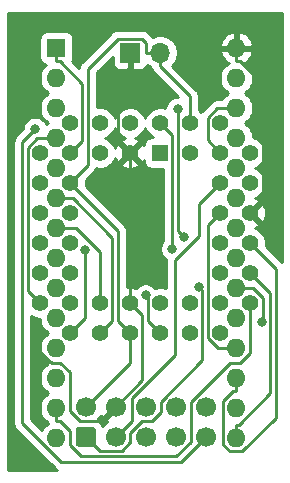
<source format=gtl>
G04 #@! TF.GenerationSoftware,KiCad,Pcbnew,(5.1.8-0-10_14)*
G04 #@! TF.CreationDate,2021-07-28T22:27:14+02:00*
G04 #@! TF.ProjectId,C64_PLA,4336345f-504c-4412-9e6b-696361645f70,rev?*
G04 #@! TF.SameCoordinates,Original*
G04 #@! TF.FileFunction,Copper,L1,Top*
G04 #@! TF.FilePolarity,Positive*
%FSLAX46Y46*%
G04 Gerber Fmt 4.6, Leading zero omitted, Abs format (unit mm)*
G04 Created by KiCad (PCBNEW (5.1.8-0-10_14)) date 2021-07-28 22:27:14*
%MOMM*%
%LPD*%
G01*
G04 APERTURE LIST*
G04 #@! TA.AperFunction,ComponentPad*
%ADD10C,1.700000*%
G04 #@! TD*
G04 #@! TA.AperFunction,ComponentPad*
%ADD11O,1.600000X1.600000*%
G04 #@! TD*
G04 #@! TA.AperFunction,ComponentPad*
%ADD12R,1.600000X1.600000*%
G04 #@! TD*
G04 #@! TA.AperFunction,ComponentPad*
%ADD13O,1.700000X1.700000*%
G04 #@! TD*
G04 #@! TA.AperFunction,ComponentPad*
%ADD14R,1.700000X1.700000*%
G04 #@! TD*
G04 #@! TA.AperFunction,ComponentPad*
%ADD15C,1.422400*%
G04 #@! TD*
G04 #@! TA.AperFunction,ComponentPad*
%ADD16R,1.422400X1.422400*%
G04 #@! TD*
G04 #@! TA.AperFunction,ViaPad*
%ADD17C,0.800000*%
G04 #@! TD*
G04 #@! TA.AperFunction,Conductor*
%ADD18C,0.250000*%
G04 #@! TD*
G04 #@! TA.AperFunction,Conductor*
%ADD19C,0.254000*%
G04 #@! TD*
G04 #@! TA.AperFunction,Conductor*
%ADD20C,0.100000*%
G04 #@! TD*
G04 APERTURE END LIST*
G04 #@! TA.AperFunction,ComponentPad*
G36*
G01*
X143310000Y-136390000D02*
X142110000Y-136390000D01*
G75*
G02*
X141860000Y-136140000I0J250000D01*
G01*
X141860000Y-134940000D01*
G75*
G02*
X142110000Y-134690000I250000J0D01*
G01*
X143310000Y-134690000D01*
G75*
G02*
X143560000Y-134940000I0J-250000D01*
G01*
X143560000Y-136140000D01*
G75*
G02*
X143310000Y-136390000I-250000J0D01*
G01*
G37*
G04 #@! TD.AperFunction*
D10*
X145250000Y-135540000D03*
X147790000Y-135540000D03*
X150330000Y-135540000D03*
X152870000Y-135540000D03*
X142710000Y-133000000D03*
X145250000Y-133000000D03*
X147790000Y-133000000D03*
X150330000Y-133000000D03*
X152870000Y-133000000D03*
D11*
X155467600Y-102617000D03*
X140227600Y-135637000D03*
X155467600Y-105157000D03*
X140227600Y-133097000D03*
X155467600Y-107697000D03*
X140227600Y-130557000D03*
X155467600Y-110237000D03*
X140227600Y-128017000D03*
X155467600Y-112777000D03*
X140227600Y-125477000D03*
X155467600Y-115317000D03*
X140227600Y-122937000D03*
X155467600Y-117857000D03*
X140227600Y-120397000D03*
X155467600Y-120397000D03*
X140227600Y-117857000D03*
X155467600Y-122937000D03*
X140227600Y-115317000D03*
X155467600Y-125477000D03*
X140227600Y-112777000D03*
X155467600Y-128017000D03*
X140227600Y-110237000D03*
X155467600Y-130557000D03*
X140227600Y-107697000D03*
X155467600Y-133097000D03*
X140227600Y-105157000D03*
X155467600Y-135637000D03*
D12*
X140227600Y-102617000D03*
D13*
X149000000Y-103000000D03*
D14*
X146460000Y-103000000D03*
D15*
X156620000Y-111500000D03*
X156620000Y-114040000D03*
X156620000Y-116580000D03*
X156620000Y-119120000D03*
X156620000Y-121660000D03*
X154080000Y-108960000D03*
X154080000Y-114040000D03*
X154080000Y-116580000D03*
X154080000Y-119120000D03*
X154080000Y-121660000D03*
X154080000Y-124200000D03*
X154080000Y-126740000D03*
X151540000Y-126740000D03*
X149000000Y-126740000D03*
X146460000Y-126740000D03*
X143920000Y-126740000D03*
X141380000Y-126740000D03*
X156620000Y-124200000D03*
X151540000Y-124200000D03*
X149000000Y-124200000D03*
X146460000Y-124200000D03*
X143920000Y-124200000D03*
X141380000Y-124200000D03*
X138840000Y-124200000D03*
X138840000Y-121660000D03*
X138840000Y-119120000D03*
X138840000Y-116580000D03*
X138840000Y-114040000D03*
X138840000Y-111500000D03*
X141380000Y-121660000D03*
X141380000Y-119120000D03*
X141380000Y-116580000D03*
X141380000Y-114040000D03*
X141380000Y-111500000D03*
X151540000Y-108960000D03*
X149000000Y-108960000D03*
X141380000Y-108960000D03*
X143920000Y-108960000D03*
X146460000Y-108960000D03*
X154080000Y-111500000D03*
X151540000Y-111500000D03*
X143920000Y-111500000D03*
X146460000Y-111500000D03*
D16*
X149000000Y-111500000D03*
D17*
X138426800Y-126523700D03*
X138428300Y-109478500D03*
X152293200Y-122882000D03*
X147781700Y-123557800D03*
X150036600Y-119628000D03*
X157609100Y-125800400D03*
X142650000Y-119740500D03*
X150487100Y-107774200D03*
X151002700Y-118617400D03*
D18*
X149000000Y-103000000D02*
X149000000Y-104175300D01*
X151540000Y-108960000D02*
X151540000Y-106715300D01*
X151540000Y-106715300D02*
X149000000Y-104175300D01*
X141380000Y-114040000D02*
X145415300Y-118075300D01*
X145415300Y-118075300D02*
X145415300Y-125695300D01*
X145415300Y-125695300D02*
X146460000Y-126740000D01*
X147824700Y-103000000D02*
X147824700Y-102192000D01*
X147824700Y-102192000D02*
X147457300Y-101824600D01*
X147457300Y-101824600D02*
X145417500Y-101824600D01*
X145417500Y-101824600D02*
X142873500Y-104368600D01*
X142873500Y-104368600D02*
X142873500Y-112546500D01*
X142873500Y-112546500D02*
X141380000Y-114040000D01*
X149000000Y-103000000D02*
X147824700Y-103000000D01*
X142710000Y-133000000D02*
X146460000Y-129250000D01*
X146460000Y-129250000D02*
X146460000Y-126740000D01*
X145250000Y-133000000D02*
X144033100Y-134216900D01*
X144033100Y-134216900D02*
X142234600Y-134216900D01*
X142234600Y-134216900D02*
X141353000Y-133335300D01*
X141353000Y-133335300D02*
X141353000Y-130084900D01*
X141353000Y-130084900D02*
X140555100Y-129287000D01*
X140555100Y-129287000D02*
X139828700Y-129287000D01*
X139828700Y-129287000D02*
X138426800Y-127885100D01*
X138426800Y-127885100D02*
X138426800Y-126523700D01*
X146460000Y-124200000D02*
X147506900Y-125246900D01*
X147506900Y-125246900D02*
X147506900Y-130743100D01*
X147506900Y-130743100D02*
X145250000Y-133000000D01*
X146460000Y-111500000D02*
X146460000Y-124200000D01*
X146460000Y-104175300D02*
X145418200Y-105217100D01*
X145418200Y-105217100D02*
X145418200Y-110458200D01*
X145418200Y-110458200D02*
X146460000Y-111500000D01*
X155467600Y-102617000D02*
X155467600Y-103742300D01*
X155467600Y-103742300D02*
X155748900Y-103742300D01*
X155748900Y-103742300D02*
X157675600Y-105669000D01*
X157675600Y-105669000D02*
X157675600Y-115524400D01*
X157675600Y-115524400D02*
X156620000Y-116580000D01*
X146460000Y-103000000D02*
X146460000Y-104175300D01*
X152870000Y-135540000D02*
X150736900Y-137673100D01*
X150736900Y-137673100D02*
X140649800Y-137673100D01*
X140649800Y-137673100D02*
X137347000Y-134370300D01*
X137347000Y-134370300D02*
X137347000Y-110559800D01*
X137347000Y-110559800D02*
X138428300Y-109478500D01*
X154080000Y-114040000D02*
X152311700Y-115808300D01*
X152311700Y-115808300D02*
X152311700Y-118545100D01*
X152311700Y-118545100D02*
X150270000Y-120586800D01*
X150270000Y-120586800D02*
X150270000Y-128616900D01*
X150270000Y-128616900D02*
X146614600Y-132272300D01*
X146614600Y-132272300D02*
X146614600Y-134175400D01*
X146614600Y-134175400D02*
X145250000Y-135540000D01*
X142710000Y-135540000D02*
X143890300Y-136720300D01*
X143890300Y-136720300D02*
X145734100Y-136720300D01*
X145734100Y-136720300D02*
X146464500Y-135989900D01*
X146464500Y-135989900D02*
X146464500Y-135201200D01*
X146464500Y-135201200D02*
X147490300Y-134175400D01*
X147490300Y-134175400D02*
X148315600Y-134175400D01*
X148315600Y-134175400D02*
X149060000Y-133431000D01*
X149060000Y-133431000D02*
X149060000Y-132542400D01*
X149060000Y-132542400D02*
X152576600Y-129025800D01*
X152576600Y-129025800D02*
X152576600Y-123165400D01*
X152576600Y-123165400D02*
X152293200Y-122882000D01*
X140227600Y-133097000D02*
X140227600Y-134222300D01*
X156620000Y-124200000D02*
X156620000Y-128464700D01*
X156620000Y-128464700D02*
X155797700Y-129287000D01*
X155797700Y-129287000D02*
X154884900Y-129287000D01*
X154884900Y-129287000D02*
X151600000Y-132571900D01*
X151600000Y-132571900D02*
X151600000Y-135943800D01*
X151600000Y-135943800D02*
X150372600Y-137171200D01*
X150372600Y-137171200D02*
X142305400Y-137171200D01*
X142305400Y-137171200D02*
X141352900Y-136218700D01*
X141352900Y-136218700D02*
X141352900Y-135066200D01*
X141352900Y-135066200D02*
X140509000Y-134222300D01*
X140509000Y-134222300D02*
X140227600Y-134222300D01*
X154080000Y-111500000D02*
X153022400Y-110442400D01*
X153022400Y-110442400D02*
X153022400Y-108525400D01*
X153022400Y-108525400D02*
X153850800Y-107697000D01*
X153850800Y-107697000D02*
X155467600Y-107697000D01*
X149000000Y-126740000D02*
X147963400Y-125703400D01*
X147963400Y-125703400D02*
X147963400Y-123739500D01*
X147963400Y-123739500D02*
X147781700Y-123557800D01*
X149000000Y-108960000D02*
X150036600Y-109996600D01*
X150036600Y-109996600D02*
X150036600Y-119628000D01*
X143920000Y-124200000D02*
X143920000Y-119911700D01*
X143920000Y-119911700D02*
X141865300Y-117857000D01*
X141865300Y-117857000D02*
X140227600Y-117857000D01*
X155467600Y-122937000D02*
X156832900Y-122937000D01*
X156832900Y-122937000D02*
X157705300Y-123809400D01*
X157705300Y-123809400D02*
X157705300Y-125704200D01*
X157705300Y-125704200D02*
X157609100Y-125800400D01*
X140227600Y-115317000D02*
X141592900Y-115317000D01*
X141592900Y-115317000D02*
X144964900Y-118689000D01*
X144964900Y-118689000D02*
X144964900Y-125695100D01*
X144964900Y-125695100D02*
X143920000Y-126740000D01*
X141380000Y-126740000D02*
X142650000Y-125470000D01*
X142650000Y-125470000D02*
X142650000Y-119740500D01*
X154080000Y-116580000D02*
X153027100Y-117632900D01*
X153027100Y-117632900D02*
X153027100Y-127176300D01*
X153027100Y-127176300D02*
X153867800Y-128017000D01*
X153867800Y-128017000D02*
X155467600Y-128017000D01*
X138840000Y-124200000D02*
X137802600Y-123162600D01*
X137802600Y-123162600D02*
X137802600Y-111039600D01*
X137802600Y-111039600D02*
X138605200Y-110237000D01*
X138605200Y-110237000D02*
X140227600Y-110237000D01*
X155467600Y-130557000D02*
X155467600Y-131682300D01*
X156620000Y-119120000D02*
X158788400Y-121288400D01*
X158788400Y-121288400D02*
X158788400Y-133929800D01*
X158788400Y-133929800D02*
X155951700Y-136766500D01*
X155951700Y-136766500D02*
X154881700Y-136766500D01*
X154881700Y-136766500D02*
X154342300Y-136227100D01*
X154342300Y-136227100D02*
X154342300Y-132526200D01*
X154342300Y-132526200D02*
X155186200Y-131682300D01*
X155186200Y-131682300D02*
X155467600Y-131682300D01*
X151002700Y-118617400D02*
X150487100Y-118101800D01*
X150487100Y-118101800D02*
X150487100Y-107774200D01*
X156620000Y-121660000D02*
X158338000Y-123378000D01*
X158338000Y-123378000D02*
X158338000Y-131845600D01*
X158338000Y-131845600D02*
X155671900Y-134511700D01*
X155671900Y-134511700D02*
X155467600Y-134511700D01*
X155467600Y-135637000D02*
X155467600Y-134511700D01*
X140227600Y-102617000D02*
X140227600Y-103742300D01*
X141380000Y-111500000D02*
X142423000Y-110457000D01*
X142423000Y-110457000D02*
X142423000Y-105656400D01*
X142423000Y-105656400D02*
X140508900Y-103742300D01*
X140508900Y-103742300D02*
X140227600Y-103742300D01*
D19*
X159340000Y-120762533D02*
X159328401Y-120748399D01*
X159299404Y-120724602D01*
X157943170Y-119368369D01*
X157966200Y-119252589D01*
X157966200Y-118987411D01*
X157914467Y-118727328D01*
X157812987Y-118482335D01*
X157665662Y-118261847D01*
X157478153Y-118074338D01*
X157257665Y-117927013D01*
X157069400Y-117849031D01*
X157205280Y-117799542D01*
X157308848Y-117744183D01*
X157369668Y-117509273D01*
X156620000Y-116759605D01*
X156605858Y-116773748D01*
X156426253Y-116594143D01*
X156440395Y-116580000D01*
X156799605Y-116580000D01*
X157549273Y-117329668D01*
X157784183Y-117268848D01*
X157896202Y-117028491D01*
X157959176Y-116770898D01*
X157970687Y-116505970D01*
X157930291Y-116243887D01*
X157839542Y-115994720D01*
X157784183Y-115891152D01*
X157549273Y-115830332D01*
X156799605Y-116580000D01*
X156440395Y-116580000D01*
X156426253Y-116565858D01*
X156605858Y-116386253D01*
X156620000Y-116400395D01*
X157369668Y-115650727D01*
X157308848Y-115415817D01*
X157077066Y-115307794D01*
X157257665Y-115232987D01*
X157478153Y-115085662D01*
X157665662Y-114898153D01*
X157812987Y-114677665D01*
X157914467Y-114432672D01*
X157966200Y-114172589D01*
X157966200Y-113907411D01*
X157914467Y-113647328D01*
X157812987Y-113402335D01*
X157665662Y-113181847D01*
X157478153Y-112994338D01*
X157257665Y-112847013D01*
X157071740Y-112770000D01*
X157257665Y-112692987D01*
X157478153Y-112545662D01*
X157665662Y-112358153D01*
X157812987Y-112137665D01*
X157914467Y-111892672D01*
X157966200Y-111632589D01*
X157966200Y-111367411D01*
X157914467Y-111107328D01*
X157812987Y-110862335D01*
X157665662Y-110641847D01*
X157478153Y-110454338D01*
X157257665Y-110307013D01*
X157012672Y-110205533D01*
X156902600Y-110183639D01*
X156902600Y-110095665D01*
X156847453Y-109818426D01*
X156739280Y-109557273D01*
X156582237Y-109322241D01*
X156382359Y-109122363D01*
X156149841Y-108967000D01*
X156382359Y-108811637D01*
X156582237Y-108611759D01*
X156739280Y-108376727D01*
X156847453Y-108115574D01*
X156902600Y-107838335D01*
X156902600Y-107555665D01*
X156847453Y-107278426D01*
X156739280Y-107017273D01*
X156582237Y-106782241D01*
X156382359Y-106582363D01*
X156149841Y-106427000D01*
X156382359Y-106271637D01*
X156582237Y-106071759D01*
X156739280Y-105836727D01*
X156847453Y-105575574D01*
X156902600Y-105298335D01*
X156902600Y-105015665D01*
X156847453Y-104738426D01*
X156739280Y-104477273D01*
X156582237Y-104242241D01*
X156382359Y-104042363D01*
X156147327Y-103885320D01*
X156136735Y-103880933D01*
X156322731Y-103769385D01*
X156531119Y-103580414D01*
X156698637Y-103354420D01*
X156818846Y-103100087D01*
X156859504Y-102966039D01*
X156737515Y-102744000D01*
X155594600Y-102744000D01*
X155594600Y-102764000D01*
X155340600Y-102764000D01*
X155340600Y-102744000D01*
X154197685Y-102744000D01*
X154075696Y-102966039D01*
X154116354Y-103100087D01*
X154236563Y-103354420D01*
X154404081Y-103580414D01*
X154612469Y-103769385D01*
X154798465Y-103880933D01*
X154787873Y-103885320D01*
X154552841Y-104042363D01*
X154352963Y-104242241D01*
X154195920Y-104477273D01*
X154087747Y-104738426D01*
X154032600Y-105015665D01*
X154032600Y-105298335D01*
X154087747Y-105575574D01*
X154195920Y-105836727D01*
X154352963Y-106071759D01*
X154552841Y-106271637D01*
X154785359Y-106427000D01*
X154552841Y-106582363D01*
X154352963Y-106782241D01*
X154249557Y-106937000D01*
X153888133Y-106937000D01*
X153850800Y-106933323D01*
X153813467Y-106937000D01*
X153701814Y-106947997D01*
X153558553Y-106991454D01*
X153426524Y-107062026D01*
X153310799Y-107156999D01*
X153287001Y-107185998D01*
X152511398Y-107961601D01*
X152482400Y-107985399D01*
X152476456Y-107992641D01*
X152398153Y-107914338D01*
X152300000Y-107848754D01*
X152300000Y-106752622D01*
X152303676Y-106715299D01*
X152300000Y-106677976D01*
X152300000Y-106677967D01*
X152289003Y-106566314D01*
X152245546Y-106423053D01*
X152174974Y-106291024D01*
X152151155Y-106262000D01*
X152103799Y-106204296D01*
X152103795Y-106204292D01*
X152080001Y-106175299D01*
X152051008Y-106151505D01*
X149999804Y-104100303D01*
X150153475Y-103946632D01*
X150315990Y-103703411D01*
X150427932Y-103433158D01*
X150485000Y-103146260D01*
X150485000Y-102853740D01*
X150427932Y-102566842D01*
X150315990Y-102296589D01*
X150296862Y-102267961D01*
X154075696Y-102267961D01*
X154197685Y-102490000D01*
X155340600Y-102490000D01*
X155340600Y-101346376D01*
X155594600Y-101346376D01*
X155594600Y-102490000D01*
X156737515Y-102490000D01*
X156859504Y-102267961D01*
X156818846Y-102133913D01*
X156698637Y-101879580D01*
X156531119Y-101653586D01*
X156322731Y-101464615D01*
X156081481Y-101319930D01*
X155816640Y-101225091D01*
X155594600Y-101346376D01*
X155340600Y-101346376D01*
X155118560Y-101225091D01*
X154853719Y-101319930D01*
X154612469Y-101464615D01*
X154404081Y-101653586D01*
X154236563Y-101879580D01*
X154116354Y-102133913D01*
X154075696Y-102267961D01*
X150296862Y-102267961D01*
X150153475Y-102053368D01*
X149946632Y-101846525D01*
X149703411Y-101684010D01*
X149433158Y-101572068D01*
X149146260Y-101515000D01*
X148853740Y-101515000D01*
X148566842Y-101572068D01*
X148367027Y-101654834D01*
X148364701Y-101651999D01*
X148335697Y-101628196D01*
X148021104Y-101313603D01*
X147997301Y-101284599D01*
X147881576Y-101189626D01*
X147749547Y-101119054D01*
X147606286Y-101075597D01*
X147494633Y-101064600D01*
X147494622Y-101064600D01*
X147457300Y-101060924D01*
X147419978Y-101064600D01*
X145454822Y-101064600D01*
X145417499Y-101060924D01*
X145380176Y-101064600D01*
X145380167Y-101064600D01*
X145268514Y-101075597D01*
X145125253Y-101119054D01*
X144993224Y-101189626D01*
X144877499Y-101284599D01*
X144853701Y-101313597D01*
X142362503Y-103804796D01*
X142333499Y-103828599D01*
X142286950Y-103885320D01*
X142238526Y-103944324D01*
X142186123Y-104042363D01*
X142167954Y-104076354D01*
X142124497Y-104219615D01*
X142118805Y-104277404D01*
X141577211Y-103735810D01*
X141617102Y-103661180D01*
X141653412Y-103541482D01*
X141665672Y-103417000D01*
X141665672Y-101817000D01*
X141653412Y-101692518D01*
X141617102Y-101572820D01*
X141558137Y-101462506D01*
X141478785Y-101365815D01*
X141382094Y-101286463D01*
X141271780Y-101227498D01*
X141152082Y-101191188D01*
X141027600Y-101178928D01*
X139427600Y-101178928D01*
X139303118Y-101191188D01*
X139183420Y-101227498D01*
X139073106Y-101286463D01*
X138976415Y-101365815D01*
X138897063Y-101462506D01*
X138838098Y-101572820D01*
X138801788Y-101692518D01*
X138789528Y-101817000D01*
X138789528Y-103417000D01*
X138801788Y-103541482D01*
X138838098Y-103661180D01*
X138897063Y-103771494D01*
X138976415Y-103868185D01*
X139073106Y-103947537D01*
X139183420Y-104006502D01*
X139303118Y-104042812D01*
X139311561Y-104043643D01*
X139112963Y-104242241D01*
X138955920Y-104477273D01*
X138847747Y-104738426D01*
X138792600Y-105015665D01*
X138792600Y-105298335D01*
X138847747Y-105575574D01*
X138955920Y-105836727D01*
X139112963Y-106071759D01*
X139312841Y-106271637D01*
X139545359Y-106427000D01*
X139312841Y-106582363D01*
X139112963Y-106782241D01*
X138955920Y-107017273D01*
X138847747Y-107278426D01*
X138792600Y-107555665D01*
X138792600Y-107838335D01*
X138847747Y-108115574D01*
X138955920Y-108376727D01*
X139112963Y-108611759D01*
X139312841Y-108811637D01*
X139545359Y-108967000D01*
X139381936Y-109076195D01*
X139345505Y-108988244D01*
X139232237Y-108818726D01*
X139088074Y-108674563D01*
X138918556Y-108561295D01*
X138730198Y-108483274D01*
X138530239Y-108443500D01*
X138326361Y-108443500D01*
X138126402Y-108483274D01*
X137938044Y-108561295D01*
X137768526Y-108674563D01*
X137624363Y-108818726D01*
X137511095Y-108988244D01*
X137433074Y-109176602D01*
X137393300Y-109376561D01*
X137393300Y-109438698D01*
X136835998Y-109996001D01*
X136807000Y-110019799D01*
X136783202Y-110048797D01*
X136783201Y-110048798D01*
X136712026Y-110135524D01*
X136641454Y-110267554D01*
X136597998Y-110410815D01*
X136583324Y-110559800D01*
X136587001Y-110597133D01*
X136587000Y-134332978D01*
X136583324Y-134370300D01*
X136587000Y-134407622D01*
X136587000Y-134407632D01*
X136597997Y-134519285D01*
X136636610Y-134646576D01*
X136641454Y-134662546D01*
X136712026Y-134794576D01*
X136746506Y-134836589D01*
X136806999Y-134910301D01*
X136836003Y-134934104D01*
X140086001Y-138184103D01*
X140109799Y-138213101D01*
X140138797Y-138236899D01*
X140225524Y-138308074D01*
X140285252Y-138340000D01*
X136160000Y-138340000D01*
X136160000Y-99660000D01*
X159340001Y-99660000D01*
X159340000Y-120762533D01*
G04 #@! TA.AperFunction,Conductor*
D20*
G36*
X159340000Y-120762533D02*
G01*
X159328401Y-120748399D01*
X159299404Y-120724602D01*
X157943170Y-119368369D01*
X157966200Y-119252589D01*
X157966200Y-118987411D01*
X157914467Y-118727328D01*
X157812987Y-118482335D01*
X157665662Y-118261847D01*
X157478153Y-118074338D01*
X157257665Y-117927013D01*
X157069400Y-117849031D01*
X157205280Y-117799542D01*
X157308848Y-117744183D01*
X157369668Y-117509273D01*
X156620000Y-116759605D01*
X156605858Y-116773748D01*
X156426253Y-116594143D01*
X156440395Y-116580000D01*
X156799605Y-116580000D01*
X157549273Y-117329668D01*
X157784183Y-117268848D01*
X157896202Y-117028491D01*
X157959176Y-116770898D01*
X157970687Y-116505970D01*
X157930291Y-116243887D01*
X157839542Y-115994720D01*
X157784183Y-115891152D01*
X157549273Y-115830332D01*
X156799605Y-116580000D01*
X156440395Y-116580000D01*
X156426253Y-116565858D01*
X156605858Y-116386253D01*
X156620000Y-116400395D01*
X157369668Y-115650727D01*
X157308848Y-115415817D01*
X157077066Y-115307794D01*
X157257665Y-115232987D01*
X157478153Y-115085662D01*
X157665662Y-114898153D01*
X157812987Y-114677665D01*
X157914467Y-114432672D01*
X157966200Y-114172589D01*
X157966200Y-113907411D01*
X157914467Y-113647328D01*
X157812987Y-113402335D01*
X157665662Y-113181847D01*
X157478153Y-112994338D01*
X157257665Y-112847013D01*
X157071740Y-112770000D01*
X157257665Y-112692987D01*
X157478153Y-112545662D01*
X157665662Y-112358153D01*
X157812987Y-112137665D01*
X157914467Y-111892672D01*
X157966200Y-111632589D01*
X157966200Y-111367411D01*
X157914467Y-111107328D01*
X157812987Y-110862335D01*
X157665662Y-110641847D01*
X157478153Y-110454338D01*
X157257665Y-110307013D01*
X157012672Y-110205533D01*
X156902600Y-110183639D01*
X156902600Y-110095665D01*
X156847453Y-109818426D01*
X156739280Y-109557273D01*
X156582237Y-109322241D01*
X156382359Y-109122363D01*
X156149841Y-108967000D01*
X156382359Y-108811637D01*
X156582237Y-108611759D01*
X156739280Y-108376727D01*
X156847453Y-108115574D01*
X156902600Y-107838335D01*
X156902600Y-107555665D01*
X156847453Y-107278426D01*
X156739280Y-107017273D01*
X156582237Y-106782241D01*
X156382359Y-106582363D01*
X156149841Y-106427000D01*
X156382359Y-106271637D01*
X156582237Y-106071759D01*
X156739280Y-105836727D01*
X156847453Y-105575574D01*
X156902600Y-105298335D01*
X156902600Y-105015665D01*
X156847453Y-104738426D01*
X156739280Y-104477273D01*
X156582237Y-104242241D01*
X156382359Y-104042363D01*
X156147327Y-103885320D01*
X156136735Y-103880933D01*
X156322731Y-103769385D01*
X156531119Y-103580414D01*
X156698637Y-103354420D01*
X156818846Y-103100087D01*
X156859504Y-102966039D01*
X156737515Y-102744000D01*
X155594600Y-102744000D01*
X155594600Y-102764000D01*
X155340600Y-102764000D01*
X155340600Y-102744000D01*
X154197685Y-102744000D01*
X154075696Y-102966039D01*
X154116354Y-103100087D01*
X154236563Y-103354420D01*
X154404081Y-103580414D01*
X154612469Y-103769385D01*
X154798465Y-103880933D01*
X154787873Y-103885320D01*
X154552841Y-104042363D01*
X154352963Y-104242241D01*
X154195920Y-104477273D01*
X154087747Y-104738426D01*
X154032600Y-105015665D01*
X154032600Y-105298335D01*
X154087747Y-105575574D01*
X154195920Y-105836727D01*
X154352963Y-106071759D01*
X154552841Y-106271637D01*
X154785359Y-106427000D01*
X154552841Y-106582363D01*
X154352963Y-106782241D01*
X154249557Y-106937000D01*
X153888133Y-106937000D01*
X153850800Y-106933323D01*
X153813467Y-106937000D01*
X153701814Y-106947997D01*
X153558553Y-106991454D01*
X153426524Y-107062026D01*
X153310799Y-107156999D01*
X153287001Y-107185998D01*
X152511398Y-107961601D01*
X152482400Y-107985399D01*
X152476456Y-107992641D01*
X152398153Y-107914338D01*
X152300000Y-107848754D01*
X152300000Y-106752622D01*
X152303676Y-106715299D01*
X152300000Y-106677976D01*
X152300000Y-106677967D01*
X152289003Y-106566314D01*
X152245546Y-106423053D01*
X152174974Y-106291024D01*
X152151155Y-106262000D01*
X152103799Y-106204296D01*
X152103795Y-106204292D01*
X152080001Y-106175299D01*
X152051008Y-106151505D01*
X149999804Y-104100303D01*
X150153475Y-103946632D01*
X150315990Y-103703411D01*
X150427932Y-103433158D01*
X150485000Y-103146260D01*
X150485000Y-102853740D01*
X150427932Y-102566842D01*
X150315990Y-102296589D01*
X150296862Y-102267961D01*
X154075696Y-102267961D01*
X154197685Y-102490000D01*
X155340600Y-102490000D01*
X155340600Y-101346376D01*
X155594600Y-101346376D01*
X155594600Y-102490000D01*
X156737515Y-102490000D01*
X156859504Y-102267961D01*
X156818846Y-102133913D01*
X156698637Y-101879580D01*
X156531119Y-101653586D01*
X156322731Y-101464615D01*
X156081481Y-101319930D01*
X155816640Y-101225091D01*
X155594600Y-101346376D01*
X155340600Y-101346376D01*
X155118560Y-101225091D01*
X154853719Y-101319930D01*
X154612469Y-101464615D01*
X154404081Y-101653586D01*
X154236563Y-101879580D01*
X154116354Y-102133913D01*
X154075696Y-102267961D01*
X150296862Y-102267961D01*
X150153475Y-102053368D01*
X149946632Y-101846525D01*
X149703411Y-101684010D01*
X149433158Y-101572068D01*
X149146260Y-101515000D01*
X148853740Y-101515000D01*
X148566842Y-101572068D01*
X148367027Y-101654834D01*
X148364701Y-101651999D01*
X148335697Y-101628196D01*
X148021104Y-101313603D01*
X147997301Y-101284599D01*
X147881576Y-101189626D01*
X147749547Y-101119054D01*
X147606286Y-101075597D01*
X147494633Y-101064600D01*
X147494622Y-101064600D01*
X147457300Y-101060924D01*
X147419978Y-101064600D01*
X145454822Y-101064600D01*
X145417499Y-101060924D01*
X145380176Y-101064600D01*
X145380167Y-101064600D01*
X145268514Y-101075597D01*
X145125253Y-101119054D01*
X144993224Y-101189626D01*
X144877499Y-101284599D01*
X144853701Y-101313597D01*
X142362503Y-103804796D01*
X142333499Y-103828599D01*
X142286950Y-103885320D01*
X142238526Y-103944324D01*
X142186123Y-104042363D01*
X142167954Y-104076354D01*
X142124497Y-104219615D01*
X142118805Y-104277404D01*
X141577211Y-103735810D01*
X141617102Y-103661180D01*
X141653412Y-103541482D01*
X141665672Y-103417000D01*
X141665672Y-101817000D01*
X141653412Y-101692518D01*
X141617102Y-101572820D01*
X141558137Y-101462506D01*
X141478785Y-101365815D01*
X141382094Y-101286463D01*
X141271780Y-101227498D01*
X141152082Y-101191188D01*
X141027600Y-101178928D01*
X139427600Y-101178928D01*
X139303118Y-101191188D01*
X139183420Y-101227498D01*
X139073106Y-101286463D01*
X138976415Y-101365815D01*
X138897063Y-101462506D01*
X138838098Y-101572820D01*
X138801788Y-101692518D01*
X138789528Y-101817000D01*
X138789528Y-103417000D01*
X138801788Y-103541482D01*
X138838098Y-103661180D01*
X138897063Y-103771494D01*
X138976415Y-103868185D01*
X139073106Y-103947537D01*
X139183420Y-104006502D01*
X139303118Y-104042812D01*
X139311561Y-104043643D01*
X139112963Y-104242241D01*
X138955920Y-104477273D01*
X138847747Y-104738426D01*
X138792600Y-105015665D01*
X138792600Y-105298335D01*
X138847747Y-105575574D01*
X138955920Y-105836727D01*
X139112963Y-106071759D01*
X139312841Y-106271637D01*
X139545359Y-106427000D01*
X139312841Y-106582363D01*
X139112963Y-106782241D01*
X138955920Y-107017273D01*
X138847747Y-107278426D01*
X138792600Y-107555665D01*
X138792600Y-107838335D01*
X138847747Y-108115574D01*
X138955920Y-108376727D01*
X139112963Y-108611759D01*
X139312841Y-108811637D01*
X139545359Y-108967000D01*
X139381936Y-109076195D01*
X139345505Y-108988244D01*
X139232237Y-108818726D01*
X139088074Y-108674563D01*
X138918556Y-108561295D01*
X138730198Y-108483274D01*
X138530239Y-108443500D01*
X138326361Y-108443500D01*
X138126402Y-108483274D01*
X137938044Y-108561295D01*
X137768526Y-108674563D01*
X137624363Y-108818726D01*
X137511095Y-108988244D01*
X137433074Y-109176602D01*
X137393300Y-109376561D01*
X137393300Y-109438698D01*
X136835998Y-109996001D01*
X136807000Y-110019799D01*
X136783202Y-110048797D01*
X136783201Y-110048798D01*
X136712026Y-110135524D01*
X136641454Y-110267554D01*
X136597998Y-110410815D01*
X136583324Y-110559800D01*
X136587001Y-110597133D01*
X136587000Y-134332978D01*
X136583324Y-134370300D01*
X136587000Y-134407622D01*
X136587000Y-134407632D01*
X136597997Y-134519285D01*
X136636610Y-134646576D01*
X136641454Y-134662546D01*
X136712026Y-134794576D01*
X136746506Y-134836589D01*
X136806999Y-134910301D01*
X136836003Y-134934104D01*
X140086001Y-138184103D01*
X140109799Y-138213101D01*
X140138797Y-138236899D01*
X140225524Y-138308074D01*
X140285252Y-138340000D01*
X136160000Y-138340000D01*
X136160000Y-99660000D01*
X159340001Y-99660000D01*
X159340000Y-120762533D01*
G37*
G04 #@! TD.AperFunction*
D19*
X138202335Y-125392987D02*
X138447328Y-125494467D01*
X138707411Y-125546200D01*
X138792600Y-125546200D01*
X138792600Y-125618335D01*
X138847747Y-125895574D01*
X138955920Y-126156727D01*
X139112963Y-126391759D01*
X139312841Y-126591637D01*
X139545359Y-126747000D01*
X139312841Y-126902363D01*
X139112963Y-127102241D01*
X138955920Y-127337273D01*
X138847747Y-127598426D01*
X138792600Y-127875665D01*
X138792600Y-128158335D01*
X138847747Y-128435574D01*
X138955920Y-128696727D01*
X139112963Y-128931759D01*
X139312841Y-129131637D01*
X139545359Y-129287000D01*
X139312841Y-129442363D01*
X139112963Y-129642241D01*
X138955920Y-129877273D01*
X138847747Y-130138426D01*
X138792600Y-130415665D01*
X138792600Y-130698335D01*
X138847747Y-130975574D01*
X138955920Y-131236727D01*
X139112963Y-131471759D01*
X139312841Y-131671637D01*
X139545359Y-131827000D01*
X139312841Y-131982363D01*
X139112963Y-132182241D01*
X138955920Y-132417273D01*
X138847747Y-132678426D01*
X138792600Y-132955665D01*
X138792600Y-133238335D01*
X138847747Y-133515574D01*
X138955920Y-133776727D01*
X139112963Y-134011759D01*
X139312841Y-134211637D01*
X139473442Y-134318947D01*
X139478597Y-134371286D01*
X139488767Y-134404813D01*
X139312841Y-134522363D01*
X139112963Y-134722241D01*
X138977090Y-134925589D01*
X138107000Y-134055499D01*
X138107000Y-125329286D01*
X138202335Y-125392987D01*
G04 #@! TA.AperFunction,Conductor*
D20*
G36*
X138202335Y-125392987D02*
G01*
X138447328Y-125494467D01*
X138707411Y-125546200D01*
X138792600Y-125546200D01*
X138792600Y-125618335D01*
X138847747Y-125895574D01*
X138955920Y-126156727D01*
X139112963Y-126391759D01*
X139312841Y-126591637D01*
X139545359Y-126747000D01*
X139312841Y-126902363D01*
X139112963Y-127102241D01*
X138955920Y-127337273D01*
X138847747Y-127598426D01*
X138792600Y-127875665D01*
X138792600Y-128158335D01*
X138847747Y-128435574D01*
X138955920Y-128696727D01*
X139112963Y-128931759D01*
X139312841Y-129131637D01*
X139545359Y-129287000D01*
X139312841Y-129442363D01*
X139112963Y-129642241D01*
X138955920Y-129877273D01*
X138847747Y-130138426D01*
X138792600Y-130415665D01*
X138792600Y-130698335D01*
X138847747Y-130975574D01*
X138955920Y-131236727D01*
X139112963Y-131471759D01*
X139312841Y-131671637D01*
X139545359Y-131827000D01*
X139312841Y-131982363D01*
X139112963Y-132182241D01*
X138955920Y-132417273D01*
X138847747Y-132678426D01*
X138792600Y-132955665D01*
X138792600Y-133238335D01*
X138847747Y-133515574D01*
X138955920Y-133776727D01*
X139112963Y-134011759D01*
X139312841Y-134211637D01*
X139473442Y-134318947D01*
X139478597Y-134371286D01*
X139488767Y-134404813D01*
X139312841Y-134522363D01*
X139112963Y-134722241D01*
X138977090Y-134925589D01*
X138107000Y-134055499D01*
X138107000Y-125329286D01*
X138202335Y-125392987D01*
G37*
G04 #@! TD.AperFunction*
D19*
X145443748Y-132985858D02*
X145429605Y-133000000D01*
X145443748Y-133014143D01*
X145264143Y-133193748D01*
X145250000Y-133179605D01*
X144401208Y-134028397D01*
X144476729Y-134270689D01*
X144303368Y-134386525D01*
X144116285Y-134573608D01*
X144048405Y-134446614D01*
X143937962Y-134312038D01*
X143803386Y-134201595D01*
X143676392Y-134133715D01*
X143863475Y-133946632D01*
X143979311Y-133773271D01*
X144221603Y-133848792D01*
X145070395Y-133000000D01*
X145056253Y-132985858D01*
X145235858Y-132806253D01*
X145250000Y-132820395D01*
X145264143Y-132806253D01*
X145443748Y-132985858D01*
G04 #@! TA.AperFunction,Conductor*
D20*
G36*
X145443748Y-132985858D02*
G01*
X145429605Y-133000000D01*
X145443748Y-133014143D01*
X145264143Y-133193748D01*
X145250000Y-133179605D01*
X144401208Y-134028397D01*
X144476729Y-134270689D01*
X144303368Y-134386525D01*
X144116285Y-134573608D01*
X144048405Y-134446614D01*
X143937962Y-134312038D01*
X143803386Y-134201595D01*
X143676392Y-134133715D01*
X143863475Y-133946632D01*
X143979311Y-133773271D01*
X144221603Y-133848792D01*
X145070395Y-133000000D01*
X145056253Y-132985858D01*
X145235858Y-132806253D01*
X145250000Y-132820395D01*
X145264143Y-132806253D01*
X145443748Y-132985858D01*
G37*
G04 #@! TD.AperFunction*
D19*
X146653748Y-124185858D02*
X146639605Y-124200000D01*
X146653748Y-124214143D01*
X146474143Y-124393748D01*
X146460000Y-124379605D01*
X146445858Y-124393748D01*
X146266253Y-124214143D01*
X146280395Y-124200000D01*
X146266253Y-124185858D01*
X146445858Y-124006253D01*
X146460000Y-124020395D01*
X146474143Y-124006253D01*
X146653748Y-124185858D01*
G04 #@! TA.AperFunction,Conductor*
D20*
G36*
X146653748Y-124185858D02*
G01*
X146639605Y-124200000D01*
X146653748Y-124214143D01*
X146474143Y-124393748D01*
X146460000Y-124379605D01*
X146445858Y-124393748D01*
X146266253Y-124214143D01*
X146280395Y-124200000D01*
X146266253Y-124185858D01*
X146445858Y-124006253D01*
X146460000Y-124020395D01*
X146474143Y-124006253D01*
X146653748Y-124185858D01*
G37*
G04 #@! TD.AperFunction*
D19*
X147807013Y-109597665D02*
X147954338Y-109818153D01*
X148141847Y-110005662D01*
X148358954Y-110150728D01*
X148288800Y-110150728D01*
X148164318Y-110162988D01*
X148044620Y-110199298D01*
X147934306Y-110258263D01*
X147837615Y-110337615D01*
X147758263Y-110434306D01*
X147699298Y-110544620D01*
X147662988Y-110664318D01*
X147650728Y-110788800D01*
X147650728Y-110860814D01*
X147624183Y-110811152D01*
X147389273Y-110750332D01*
X146639605Y-111500000D01*
X147389273Y-112249668D01*
X147624183Y-112188848D01*
X147650728Y-112131891D01*
X147650728Y-112211200D01*
X147662988Y-112335682D01*
X147699298Y-112455380D01*
X147758263Y-112565694D01*
X147837615Y-112662385D01*
X147934306Y-112741737D01*
X148044620Y-112800702D01*
X148164318Y-112837012D01*
X148288800Y-112849272D01*
X149276600Y-112849272D01*
X149276601Y-118924288D01*
X149232663Y-118968226D01*
X149119395Y-119137744D01*
X149041374Y-119326102D01*
X149001600Y-119526061D01*
X149001600Y-119729939D01*
X149041374Y-119929898D01*
X149119395Y-120118256D01*
X149232663Y-120287774D01*
X149376826Y-120431937D01*
X149512638Y-120522683D01*
X149510000Y-120549468D01*
X149510000Y-120549478D01*
X149506324Y-120586800D01*
X149510000Y-120624122D01*
X149510000Y-122954132D01*
X149392672Y-122905533D01*
X149132589Y-122853800D01*
X148867411Y-122853800D01*
X148607328Y-122905533D01*
X148594268Y-122910943D01*
X148585637Y-122898026D01*
X148441474Y-122753863D01*
X148271956Y-122640595D01*
X148083598Y-122562574D01*
X147883639Y-122522800D01*
X147679761Y-122522800D01*
X147479802Y-122562574D01*
X147291444Y-122640595D01*
X147121926Y-122753863D01*
X146977763Y-122898026D01*
X146948183Y-122942296D01*
X146908491Y-122923798D01*
X146650898Y-122860824D01*
X146385970Y-122849313D01*
X146175300Y-122881784D01*
X146175300Y-118112622D01*
X146178976Y-118075300D01*
X146175300Y-118037977D01*
X146175300Y-118037967D01*
X146164303Y-117926314D01*
X146120846Y-117783053D01*
X146080737Y-117708015D01*
X146050274Y-117651023D01*
X145979099Y-117564297D01*
X145955301Y-117535299D01*
X145926304Y-117511502D01*
X142703170Y-114288369D01*
X142726200Y-114172589D01*
X142726200Y-113907411D01*
X142703170Y-113791631D01*
X143384503Y-113110299D01*
X143413501Y-113086501D01*
X143439832Y-113054417D01*
X143508474Y-112970777D01*
X143579046Y-112838747D01*
X143587678Y-112810291D01*
X143588771Y-112806689D01*
X143787411Y-112846200D01*
X144052589Y-112846200D01*
X144312672Y-112794467D01*
X144557665Y-112692987D01*
X144778153Y-112545662D01*
X144894542Y-112429273D01*
X145710332Y-112429273D01*
X145771152Y-112664183D01*
X146011509Y-112776202D01*
X146269102Y-112839176D01*
X146534030Y-112850687D01*
X146796113Y-112810291D01*
X147045280Y-112719542D01*
X147148848Y-112664183D01*
X147209668Y-112429273D01*
X146460000Y-111679605D01*
X145710332Y-112429273D01*
X144894542Y-112429273D01*
X144965662Y-112358153D01*
X145112987Y-112137665D01*
X145190969Y-111949400D01*
X145240458Y-112085280D01*
X145295817Y-112188848D01*
X145530727Y-112249668D01*
X146280395Y-111500000D01*
X145530727Y-110750332D01*
X145295817Y-110811152D01*
X145187794Y-111042934D01*
X145112987Y-110862335D01*
X144965662Y-110641847D01*
X144778153Y-110454338D01*
X144557665Y-110307013D01*
X144371740Y-110230000D01*
X144557665Y-110152987D01*
X144778153Y-110005662D01*
X144965662Y-109818153D01*
X145112987Y-109597665D01*
X145190000Y-109411740D01*
X145267013Y-109597665D01*
X145414338Y-109818153D01*
X145601847Y-110005662D01*
X145822335Y-110152987D01*
X146010600Y-110230969D01*
X145874720Y-110280458D01*
X145771152Y-110335817D01*
X145710332Y-110570727D01*
X146460000Y-111320395D01*
X147209668Y-110570727D01*
X147148848Y-110335817D01*
X146917066Y-110227794D01*
X147097665Y-110152987D01*
X147318153Y-110005662D01*
X147505662Y-109818153D01*
X147652987Y-109597665D01*
X147730000Y-109411740D01*
X147807013Y-109597665D01*
G04 #@! TA.AperFunction,Conductor*
D20*
G36*
X147807013Y-109597665D02*
G01*
X147954338Y-109818153D01*
X148141847Y-110005662D01*
X148358954Y-110150728D01*
X148288800Y-110150728D01*
X148164318Y-110162988D01*
X148044620Y-110199298D01*
X147934306Y-110258263D01*
X147837615Y-110337615D01*
X147758263Y-110434306D01*
X147699298Y-110544620D01*
X147662988Y-110664318D01*
X147650728Y-110788800D01*
X147650728Y-110860814D01*
X147624183Y-110811152D01*
X147389273Y-110750332D01*
X146639605Y-111500000D01*
X147389273Y-112249668D01*
X147624183Y-112188848D01*
X147650728Y-112131891D01*
X147650728Y-112211200D01*
X147662988Y-112335682D01*
X147699298Y-112455380D01*
X147758263Y-112565694D01*
X147837615Y-112662385D01*
X147934306Y-112741737D01*
X148044620Y-112800702D01*
X148164318Y-112837012D01*
X148288800Y-112849272D01*
X149276600Y-112849272D01*
X149276601Y-118924288D01*
X149232663Y-118968226D01*
X149119395Y-119137744D01*
X149041374Y-119326102D01*
X149001600Y-119526061D01*
X149001600Y-119729939D01*
X149041374Y-119929898D01*
X149119395Y-120118256D01*
X149232663Y-120287774D01*
X149376826Y-120431937D01*
X149512638Y-120522683D01*
X149510000Y-120549468D01*
X149510000Y-120549478D01*
X149506324Y-120586800D01*
X149510000Y-120624122D01*
X149510000Y-122954132D01*
X149392672Y-122905533D01*
X149132589Y-122853800D01*
X148867411Y-122853800D01*
X148607328Y-122905533D01*
X148594268Y-122910943D01*
X148585637Y-122898026D01*
X148441474Y-122753863D01*
X148271956Y-122640595D01*
X148083598Y-122562574D01*
X147883639Y-122522800D01*
X147679761Y-122522800D01*
X147479802Y-122562574D01*
X147291444Y-122640595D01*
X147121926Y-122753863D01*
X146977763Y-122898026D01*
X146948183Y-122942296D01*
X146908491Y-122923798D01*
X146650898Y-122860824D01*
X146385970Y-122849313D01*
X146175300Y-122881784D01*
X146175300Y-118112622D01*
X146178976Y-118075300D01*
X146175300Y-118037977D01*
X146175300Y-118037967D01*
X146164303Y-117926314D01*
X146120846Y-117783053D01*
X146080737Y-117708015D01*
X146050274Y-117651023D01*
X145979099Y-117564297D01*
X145955301Y-117535299D01*
X145926304Y-117511502D01*
X142703170Y-114288369D01*
X142726200Y-114172589D01*
X142726200Y-113907411D01*
X142703170Y-113791631D01*
X143384503Y-113110299D01*
X143413501Y-113086501D01*
X143439832Y-113054417D01*
X143508474Y-112970777D01*
X143579046Y-112838747D01*
X143587678Y-112810291D01*
X143588771Y-112806689D01*
X143787411Y-112846200D01*
X144052589Y-112846200D01*
X144312672Y-112794467D01*
X144557665Y-112692987D01*
X144778153Y-112545662D01*
X144894542Y-112429273D01*
X145710332Y-112429273D01*
X145771152Y-112664183D01*
X146011509Y-112776202D01*
X146269102Y-112839176D01*
X146534030Y-112850687D01*
X146796113Y-112810291D01*
X147045280Y-112719542D01*
X147148848Y-112664183D01*
X147209668Y-112429273D01*
X146460000Y-111679605D01*
X145710332Y-112429273D01*
X144894542Y-112429273D01*
X144965662Y-112358153D01*
X145112987Y-112137665D01*
X145190969Y-111949400D01*
X145240458Y-112085280D01*
X145295817Y-112188848D01*
X145530727Y-112249668D01*
X146280395Y-111500000D01*
X145530727Y-110750332D01*
X145295817Y-110811152D01*
X145187794Y-111042934D01*
X145112987Y-110862335D01*
X144965662Y-110641847D01*
X144778153Y-110454338D01*
X144557665Y-110307013D01*
X144371740Y-110230000D01*
X144557665Y-110152987D01*
X144778153Y-110005662D01*
X144965662Y-109818153D01*
X145112987Y-109597665D01*
X145190000Y-109411740D01*
X145267013Y-109597665D01*
X145414338Y-109818153D01*
X145601847Y-110005662D01*
X145822335Y-110152987D01*
X146010600Y-110230969D01*
X145874720Y-110280458D01*
X145771152Y-110335817D01*
X145710332Y-110570727D01*
X146460000Y-111320395D01*
X147209668Y-110570727D01*
X147148848Y-110335817D01*
X146917066Y-110227794D01*
X147097665Y-110152987D01*
X147318153Y-110005662D01*
X147505662Y-109818153D01*
X147652987Y-109597665D01*
X147730000Y-109411740D01*
X147807013Y-109597665D01*
G37*
G04 #@! TD.AperFunction*
D19*
X139033748Y-121645858D02*
X139019605Y-121660000D01*
X139033748Y-121674143D01*
X138854143Y-121853748D01*
X138840000Y-121839605D01*
X138825858Y-121853748D01*
X138646253Y-121674143D01*
X138660395Y-121660000D01*
X138646253Y-121645858D01*
X138825858Y-121466253D01*
X138840000Y-121480395D01*
X138854143Y-121466253D01*
X139033748Y-121645858D01*
G04 #@! TA.AperFunction,Conductor*
D20*
G36*
X139033748Y-121645858D02*
G01*
X139019605Y-121660000D01*
X139033748Y-121674143D01*
X138854143Y-121853748D01*
X138840000Y-121839605D01*
X138825858Y-121853748D01*
X138646253Y-121674143D01*
X138660395Y-121660000D01*
X138646253Y-121645858D01*
X138825858Y-121466253D01*
X138840000Y-121480395D01*
X138854143Y-121466253D01*
X139033748Y-121645858D01*
G37*
G04 #@! TD.AperFunction*
D19*
X146587000Y-102873000D02*
X146607000Y-102873000D01*
X146607000Y-103127000D01*
X146587000Y-103127000D01*
X146587000Y-104326250D01*
X146745750Y-104485000D01*
X147310000Y-104488072D01*
X147434482Y-104475812D01*
X147554180Y-104439502D01*
X147664494Y-104380537D01*
X147761185Y-104301185D01*
X147840537Y-104204494D01*
X147899502Y-104094180D01*
X147921513Y-104021620D01*
X148053368Y-104153475D01*
X148246912Y-104282797D01*
X148250998Y-104324285D01*
X148294454Y-104467546D01*
X148365026Y-104599576D01*
X148415310Y-104660846D01*
X148460000Y-104715301D01*
X148488998Y-104739099D01*
X150489097Y-106739200D01*
X150385161Y-106739200D01*
X150185202Y-106778974D01*
X149996844Y-106856995D01*
X149827326Y-106970263D01*
X149683163Y-107114426D01*
X149569895Y-107283944D01*
X149491874Y-107472302D01*
X149452100Y-107672261D01*
X149452100Y-107690149D01*
X149392672Y-107665533D01*
X149132589Y-107613800D01*
X148867411Y-107613800D01*
X148607328Y-107665533D01*
X148362335Y-107767013D01*
X148141847Y-107914338D01*
X147954338Y-108101847D01*
X147807013Y-108322335D01*
X147730000Y-108508260D01*
X147652987Y-108322335D01*
X147505662Y-108101847D01*
X147318153Y-107914338D01*
X147097665Y-107767013D01*
X146852672Y-107665533D01*
X146592589Y-107613800D01*
X146327411Y-107613800D01*
X146067328Y-107665533D01*
X145822335Y-107767013D01*
X145601847Y-107914338D01*
X145414338Y-108101847D01*
X145267013Y-108322335D01*
X145190000Y-108508260D01*
X145112987Y-108322335D01*
X144965662Y-108101847D01*
X144778153Y-107914338D01*
X144557665Y-107767013D01*
X144312672Y-107665533D01*
X144052589Y-107613800D01*
X143787411Y-107613800D01*
X143633500Y-107644414D01*
X143633500Y-104683401D01*
X144974693Y-103342209D01*
X144971928Y-103850000D01*
X144984188Y-103974482D01*
X145020498Y-104094180D01*
X145079463Y-104204494D01*
X145158815Y-104301185D01*
X145255506Y-104380537D01*
X145365820Y-104439502D01*
X145485518Y-104475812D01*
X145610000Y-104488072D01*
X146174250Y-104485000D01*
X146333000Y-104326250D01*
X146333000Y-103127000D01*
X146313000Y-103127000D01*
X146313000Y-102873000D01*
X146333000Y-102873000D01*
X146333000Y-102853000D01*
X146587000Y-102853000D01*
X146587000Y-102873000D01*
G04 #@! TA.AperFunction,Conductor*
D20*
G36*
X146587000Y-102873000D02*
G01*
X146607000Y-102873000D01*
X146607000Y-103127000D01*
X146587000Y-103127000D01*
X146587000Y-104326250D01*
X146745750Y-104485000D01*
X147310000Y-104488072D01*
X147434482Y-104475812D01*
X147554180Y-104439502D01*
X147664494Y-104380537D01*
X147761185Y-104301185D01*
X147840537Y-104204494D01*
X147899502Y-104094180D01*
X147921513Y-104021620D01*
X148053368Y-104153475D01*
X148246912Y-104282797D01*
X148250998Y-104324285D01*
X148294454Y-104467546D01*
X148365026Y-104599576D01*
X148415310Y-104660846D01*
X148460000Y-104715301D01*
X148488998Y-104739099D01*
X150489097Y-106739200D01*
X150385161Y-106739200D01*
X150185202Y-106778974D01*
X149996844Y-106856995D01*
X149827326Y-106970263D01*
X149683163Y-107114426D01*
X149569895Y-107283944D01*
X149491874Y-107472302D01*
X149452100Y-107672261D01*
X149452100Y-107690149D01*
X149392672Y-107665533D01*
X149132589Y-107613800D01*
X148867411Y-107613800D01*
X148607328Y-107665533D01*
X148362335Y-107767013D01*
X148141847Y-107914338D01*
X147954338Y-108101847D01*
X147807013Y-108322335D01*
X147730000Y-108508260D01*
X147652987Y-108322335D01*
X147505662Y-108101847D01*
X147318153Y-107914338D01*
X147097665Y-107767013D01*
X146852672Y-107665533D01*
X146592589Y-107613800D01*
X146327411Y-107613800D01*
X146067328Y-107665533D01*
X145822335Y-107767013D01*
X145601847Y-107914338D01*
X145414338Y-108101847D01*
X145267013Y-108322335D01*
X145190000Y-108508260D01*
X145112987Y-108322335D01*
X144965662Y-108101847D01*
X144778153Y-107914338D01*
X144557665Y-107767013D01*
X144312672Y-107665533D01*
X144052589Y-107613800D01*
X143787411Y-107613800D01*
X143633500Y-107644414D01*
X143633500Y-104683401D01*
X144974693Y-103342209D01*
X144971928Y-103850000D01*
X144984188Y-103974482D01*
X145020498Y-104094180D01*
X145079463Y-104204494D01*
X145158815Y-104301185D01*
X145255506Y-104380537D01*
X145365820Y-104439502D01*
X145485518Y-104475812D01*
X145610000Y-104488072D01*
X146174250Y-104485000D01*
X146333000Y-104326250D01*
X146333000Y-103127000D01*
X146313000Y-103127000D01*
X146313000Y-102873000D01*
X146333000Y-102873000D01*
X146333000Y-102853000D01*
X146587000Y-102853000D01*
X146587000Y-102873000D01*
G37*
G04 #@! TD.AperFunction*
M02*

</source>
